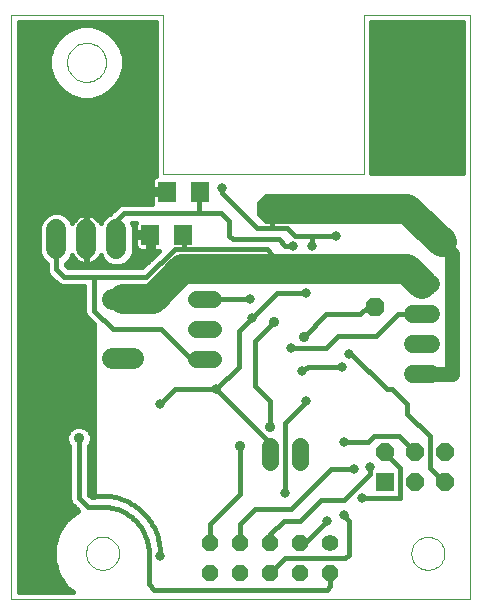
<source format=gbl>
G75*
G70*
%OFA0B0*%
%FSLAX24Y24*%
%IPPOS*%
%LPD*%
%AMOC8*
5,1,8,0,0,1.08239X$1,22.5*
%
%ADD10C,0.0000*%
%ADD11R,0.0600X0.0600*%
%ADD12OC8,0.0600*%
%ADD13R,0.0630X0.0709*%
%ADD14C,0.0705*%
%ADD15C,0.0560*%
%ADD16OC8,0.0560*%
%ADD17C,0.0560*%
%ADD18C,0.0594*%
%ADD19C,0.1000*%
%ADD20OC8,0.1000*%
%ADD21OC8,0.0630*%
%ADD22C,0.0660*%
%ADD23C,0.0160*%
%ADD24C,0.0317*%
%ADD25C,0.1000*%
%ADD26C,0.0591*%
%ADD27C,0.0500*%
%ADD28C,0.0472*%
%ADD29C,0.0100*%
%ADD30C,0.0356*%
D10*
X000605Y000776D02*
X000605Y020264D01*
X005648Y020264D01*
X005648Y014949D01*
X012341Y014949D01*
X012341Y020264D01*
X015884Y020264D01*
X015884Y000776D01*
X000605Y000776D01*
X003090Y002312D02*
X003092Y002359D01*
X003098Y002405D01*
X003108Y002451D01*
X003121Y002496D01*
X003139Y002539D01*
X003160Y002581D01*
X003184Y002621D01*
X003212Y002658D01*
X003243Y002693D01*
X003277Y002726D01*
X003313Y002755D01*
X003352Y002781D01*
X003393Y002804D01*
X003436Y002823D01*
X003480Y002839D01*
X003525Y002851D01*
X003571Y002859D01*
X003618Y002863D01*
X003664Y002863D01*
X003711Y002859D01*
X003757Y002851D01*
X003802Y002839D01*
X003846Y002823D01*
X003889Y002804D01*
X003930Y002781D01*
X003969Y002755D01*
X004005Y002726D01*
X004039Y002693D01*
X004070Y002658D01*
X004098Y002621D01*
X004122Y002581D01*
X004143Y002539D01*
X004161Y002496D01*
X004174Y002451D01*
X004184Y002405D01*
X004190Y002359D01*
X004192Y002312D01*
X004190Y002265D01*
X004184Y002219D01*
X004174Y002173D01*
X004161Y002128D01*
X004143Y002085D01*
X004122Y002043D01*
X004098Y002003D01*
X004070Y001966D01*
X004039Y001931D01*
X004005Y001898D01*
X003969Y001869D01*
X003930Y001843D01*
X003889Y001820D01*
X003846Y001801D01*
X003802Y001785D01*
X003757Y001773D01*
X003711Y001765D01*
X003664Y001761D01*
X003618Y001761D01*
X003571Y001765D01*
X003525Y001773D01*
X003480Y001785D01*
X003436Y001801D01*
X003393Y001820D01*
X003352Y001843D01*
X003313Y001869D01*
X003277Y001898D01*
X003243Y001931D01*
X003212Y001966D01*
X003184Y002003D01*
X003160Y002043D01*
X003139Y002085D01*
X003121Y002128D01*
X003108Y002173D01*
X003098Y002219D01*
X003092Y002265D01*
X003090Y002312D01*
X013936Y002311D02*
X013938Y002358D01*
X013944Y002404D01*
X013954Y002450D01*
X013967Y002495D01*
X013985Y002538D01*
X014006Y002580D01*
X014030Y002620D01*
X014058Y002657D01*
X014089Y002692D01*
X014123Y002725D01*
X014159Y002754D01*
X014198Y002780D01*
X014239Y002803D01*
X014282Y002822D01*
X014326Y002838D01*
X014371Y002850D01*
X014417Y002858D01*
X014464Y002862D01*
X014510Y002862D01*
X014557Y002858D01*
X014603Y002850D01*
X014648Y002838D01*
X014692Y002822D01*
X014735Y002803D01*
X014776Y002780D01*
X014815Y002754D01*
X014851Y002725D01*
X014885Y002692D01*
X014916Y002657D01*
X014944Y002620D01*
X014968Y002580D01*
X014989Y002538D01*
X015007Y002495D01*
X015020Y002450D01*
X015030Y002404D01*
X015036Y002358D01*
X015038Y002311D01*
X015036Y002264D01*
X015030Y002218D01*
X015020Y002172D01*
X015007Y002127D01*
X014989Y002084D01*
X014968Y002042D01*
X014944Y002002D01*
X014916Y001965D01*
X014885Y001930D01*
X014851Y001897D01*
X014815Y001868D01*
X014776Y001842D01*
X014735Y001819D01*
X014692Y001800D01*
X014648Y001784D01*
X014603Y001772D01*
X014557Y001764D01*
X014510Y001760D01*
X014464Y001760D01*
X014417Y001764D01*
X014371Y001772D01*
X014326Y001784D01*
X014282Y001800D01*
X014239Y001819D01*
X014198Y001842D01*
X014159Y001868D01*
X014123Y001897D01*
X014089Y001930D01*
X014058Y001965D01*
X014030Y002002D01*
X014006Y002042D01*
X013985Y002084D01*
X013967Y002127D01*
X013954Y002172D01*
X013944Y002218D01*
X013938Y002264D01*
X013936Y002311D01*
X002455Y018676D02*
X002457Y018726D01*
X002463Y018776D01*
X002473Y018826D01*
X002486Y018874D01*
X002503Y018922D01*
X002524Y018968D01*
X002548Y019012D01*
X002576Y019054D01*
X002607Y019094D01*
X002641Y019131D01*
X002678Y019166D01*
X002717Y019197D01*
X002758Y019226D01*
X002802Y019251D01*
X002848Y019273D01*
X002895Y019291D01*
X002943Y019305D01*
X002992Y019316D01*
X003042Y019323D01*
X003092Y019326D01*
X003143Y019325D01*
X003193Y019320D01*
X003243Y019311D01*
X003291Y019299D01*
X003339Y019282D01*
X003385Y019262D01*
X003430Y019239D01*
X003473Y019212D01*
X003513Y019182D01*
X003551Y019149D01*
X003586Y019113D01*
X003619Y019074D01*
X003648Y019033D01*
X003674Y018990D01*
X003697Y018945D01*
X003716Y018898D01*
X003731Y018850D01*
X003743Y018801D01*
X003751Y018751D01*
X003755Y018701D01*
X003755Y018651D01*
X003751Y018601D01*
X003743Y018551D01*
X003731Y018502D01*
X003716Y018454D01*
X003697Y018407D01*
X003674Y018362D01*
X003648Y018319D01*
X003619Y018278D01*
X003586Y018239D01*
X003551Y018203D01*
X003513Y018170D01*
X003473Y018140D01*
X003430Y018113D01*
X003385Y018090D01*
X003339Y018070D01*
X003291Y018053D01*
X003243Y018041D01*
X003193Y018032D01*
X003143Y018027D01*
X003092Y018026D01*
X003042Y018029D01*
X002992Y018036D01*
X002943Y018047D01*
X002895Y018061D01*
X002848Y018079D01*
X002802Y018101D01*
X002758Y018126D01*
X002717Y018155D01*
X002678Y018186D01*
X002641Y018221D01*
X002607Y018258D01*
X002576Y018298D01*
X002548Y018340D01*
X002524Y018384D01*
X002503Y018430D01*
X002486Y018478D01*
X002473Y018526D01*
X002463Y018576D01*
X002457Y018626D01*
X002455Y018676D01*
D11*
X013062Y004674D03*
D12*
X013062Y005674D03*
X014062Y005674D03*
X014062Y004674D03*
X015062Y004674D03*
X015062Y005674D03*
D13*
X006883Y014365D03*
X005780Y014365D03*
X005234Y012932D03*
X006337Y012932D03*
D14*
X004665Y010784D02*
X003960Y010784D01*
X003960Y008815D02*
X004665Y008815D01*
D15*
X011239Y002666D03*
D16*
X011239Y001666D03*
X010239Y001666D03*
X010239Y002666D03*
X009239Y002666D03*
X009239Y001666D03*
X008239Y001666D03*
X008239Y002666D03*
X007239Y002666D03*
X007239Y001666D03*
D17*
X009227Y005340D02*
X009227Y005900D01*
X010227Y005900D02*
X010227Y005340D01*
X007332Y008776D02*
X006772Y008776D01*
X006772Y009776D02*
X007332Y009776D01*
X007332Y010776D02*
X006772Y010776D01*
D18*
X014002Y011273D02*
X014596Y011273D01*
X014596Y010273D02*
X014002Y010273D01*
X014002Y009273D02*
X014596Y009273D01*
X014596Y008273D02*
X014002Y008273D01*
D19*
X009302Y011776D03*
D20*
X009302Y013776D03*
D21*
X012715Y010526D03*
D22*
X004105Y012446D02*
X004105Y013106D01*
X003105Y013106D02*
X003105Y012446D01*
X002105Y012446D02*
X002105Y013106D01*
D23*
X002105Y012776D02*
X002105Y011776D01*
X002355Y011526D01*
X003355Y011526D01*
X005105Y011526D01*
X006042Y012464D01*
X006355Y012464D01*
X006355Y012932D01*
X006337Y012932D01*
X006355Y012464D02*
X006855Y012464D01*
X006862Y012456D01*
X006868Y012462D01*
X006862Y012456D02*
X009115Y012456D01*
X009302Y012269D01*
X009302Y011776D01*
X009458Y010995D02*
X010427Y010995D01*
X011105Y010276D02*
X012230Y010276D01*
X012480Y010526D01*
X012715Y010526D01*
X013480Y010276D02*
X012750Y009546D01*
X011482Y009546D01*
X011087Y009151D01*
X009927Y009151D01*
X010355Y009526D02*
X011105Y010276D01*
X011864Y008964D02*
X011864Y008964D01*
X011927Y008964D01*
X013114Y007776D01*
X013302Y007776D01*
X013802Y007276D01*
X013802Y006964D01*
X014552Y006214D01*
X014552Y005151D01*
X015029Y004674D01*
X015062Y004674D01*
X014062Y005674D02*
X013522Y006214D01*
X012677Y006214D01*
X012489Y006026D01*
X011677Y006026D01*
X012029Y005111D02*
X011262Y005111D01*
X009927Y003776D01*
X008739Y003776D01*
X008239Y003276D01*
X008239Y002863D01*
X008239Y002666D01*
X009239Y002666D02*
X009239Y002963D01*
X009677Y003401D01*
X010239Y003401D01*
X010927Y004089D01*
X011677Y004089D01*
X012552Y004964D01*
X012552Y005182D01*
X013062Y005674D02*
X013217Y005486D01*
X013552Y005151D01*
X013552Y004151D01*
X012302Y004151D01*
X011677Y003589D02*
X011864Y003401D01*
X011864Y002267D01*
X011739Y002142D01*
X009714Y002142D01*
X009239Y001666D01*
X010239Y002666D02*
X010388Y002666D01*
X011114Y003392D01*
X011114Y003392D01*
X011239Y001862D02*
X011239Y001666D01*
X011239Y001862D02*
X011239Y001214D01*
X011114Y001089D01*
X005364Y001089D01*
X005177Y001276D01*
X005184Y002305D01*
X003739Y004223D02*
X003739Y004223D01*
X003302Y004223D01*
X003281Y004187D02*
X003184Y004283D01*
X003179Y004294D01*
X003175Y004298D01*
X003175Y005880D01*
X003209Y005914D01*
X003273Y006068D01*
X003273Y006234D01*
X003209Y006388D01*
X003092Y006505D01*
X002938Y006569D01*
X002772Y006569D01*
X002618Y006505D01*
X002500Y006388D01*
X002437Y006234D01*
X002437Y006068D01*
X002500Y005914D01*
X002535Y005880D01*
X002535Y004202D01*
X002531Y004190D01*
X002535Y004139D01*
X002535Y004087D01*
X002539Y004076D01*
X002540Y004064D01*
X002564Y004017D01*
X002583Y003970D01*
X002592Y003961D01*
X002598Y003950D01*
X002637Y003916D01*
X002673Y003880D01*
X002685Y003875D01*
X002704Y003859D01*
X002828Y003735D01*
X002821Y003732D01*
X002821Y003732D01*
X002438Y003427D01*
X002163Y003023D01*
X002019Y002556D01*
X002019Y002067D01*
X002163Y001600D01*
X002438Y001196D01*
X002438Y001196D01*
X002664Y001016D01*
X000845Y001016D01*
X000845Y012401D01*
X001535Y012401D01*
X001535Y012333D01*
X001621Y012123D01*
X001782Y011963D01*
X001785Y011962D01*
X001785Y011712D01*
X001833Y011595D01*
X001923Y011505D01*
X002173Y011255D01*
X002291Y011206D01*
X002418Y011206D01*
X003035Y011206D01*
X003035Y010465D01*
X003035Y010337D01*
X003083Y010220D01*
X003355Y009949D01*
X003355Y004187D01*
X003281Y004187D01*
X003355Y004264D02*
X003204Y004264D01*
X003175Y004423D02*
X003355Y004423D01*
X003355Y004581D02*
X003175Y004581D01*
X003175Y004740D02*
X003355Y004740D01*
X003355Y004898D02*
X003175Y004898D01*
X003175Y005057D02*
X003355Y005057D01*
X003355Y005215D02*
X003175Y005215D01*
X003175Y005374D02*
X003355Y005374D01*
X003355Y005532D02*
X003175Y005532D01*
X003175Y005691D02*
X003355Y005691D01*
X003355Y005849D02*
X003175Y005849D01*
X003248Y006008D02*
X003355Y006008D01*
X003355Y006167D02*
X003273Y006167D01*
X003235Y006325D02*
X003355Y006325D01*
X003355Y006484D02*
X003113Y006484D01*
X003355Y006642D02*
X000845Y006642D01*
X000845Y006484D02*
X002596Y006484D01*
X002474Y006325D02*
X000845Y006325D01*
X000845Y006167D02*
X002437Y006167D01*
X002461Y006008D02*
X000845Y006008D01*
X000845Y005849D02*
X002535Y005849D01*
X002535Y005691D02*
X000845Y005691D01*
X000845Y005532D02*
X002535Y005532D01*
X002535Y005374D02*
X000845Y005374D01*
X000845Y005215D02*
X002535Y005215D01*
X002535Y005057D02*
X000845Y005057D01*
X000845Y004898D02*
X002535Y004898D01*
X002535Y004740D02*
X000845Y004740D01*
X000845Y004581D02*
X002535Y004581D01*
X002535Y004423D02*
X000845Y004423D01*
X000845Y004264D02*
X002535Y004264D01*
X002535Y004105D02*
X000845Y004105D01*
X000845Y003947D02*
X002601Y003947D01*
X002774Y003788D02*
X000845Y003788D01*
X000845Y003630D02*
X002693Y003630D01*
X002494Y003471D02*
X000845Y003471D01*
X000845Y003313D02*
X002360Y003313D01*
X002438Y003427D02*
X002438Y003427D01*
X002252Y003154D02*
X000845Y003154D01*
X000845Y002996D02*
X002154Y002996D01*
X002163Y003023D02*
X002163Y003023D01*
X002106Y002837D02*
X000845Y002837D01*
X000845Y002679D02*
X002057Y002679D01*
X002019Y002556D02*
X002019Y002556D01*
X002019Y002520D02*
X000845Y002520D01*
X000845Y002361D02*
X002019Y002361D01*
X002019Y002203D02*
X000845Y002203D01*
X000845Y002044D02*
X002026Y002044D01*
X002019Y002067D02*
X002019Y002067D01*
X002075Y001886D02*
X000845Y001886D01*
X000845Y001727D02*
X002124Y001727D01*
X002163Y001600D02*
X002163Y001600D01*
X002184Y001569D02*
X000845Y001569D01*
X000845Y001410D02*
X002292Y001410D01*
X002400Y001252D02*
X000845Y001252D01*
X000845Y001093D02*
X002568Y001093D01*
X005185Y002305D02*
X005183Y002382D01*
X005177Y002458D01*
X005168Y002534D01*
X005155Y002610D01*
X005138Y002685D01*
X005118Y002759D01*
X005094Y002832D01*
X005066Y002903D01*
X005035Y002973D01*
X005000Y003042D01*
X004963Y003109D01*
X004922Y003173D01*
X004877Y003236D01*
X004830Y003297D01*
X004780Y003355D01*
X004727Y003410D01*
X004672Y003463D01*
X004614Y003513D01*
X004553Y003560D01*
X004490Y003605D01*
X004426Y003646D01*
X004359Y003683D01*
X004290Y003718D01*
X004220Y003749D01*
X004149Y003777D01*
X004076Y003801D01*
X004002Y003821D01*
X003927Y003838D01*
X003851Y003851D01*
X003775Y003860D01*
X003699Y003866D01*
X003622Y003868D01*
X003622Y003867D02*
X003148Y003867D01*
X002922Y004093D01*
X002855Y004151D01*
X002855Y006151D01*
X003355Y006801D02*
X000845Y006801D01*
X000845Y006959D02*
X003355Y006959D01*
X003355Y007118D02*
X000845Y007118D01*
X000845Y007276D02*
X003355Y007276D01*
X003355Y007435D02*
X000845Y007435D01*
X000845Y007593D02*
X003355Y007593D01*
X003355Y007752D02*
X000845Y007752D01*
X000845Y007911D02*
X003355Y007911D01*
X003355Y008069D02*
X000845Y008069D01*
X000845Y008228D02*
X003355Y008228D01*
X003355Y008386D02*
X000845Y008386D01*
X000845Y008545D02*
X003355Y008545D01*
X003355Y008703D02*
X000845Y008703D01*
X000845Y008862D02*
X003355Y008862D01*
X003355Y009020D02*
X000845Y009020D01*
X000845Y009179D02*
X003355Y009179D01*
X003355Y009337D02*
X000845Y009337D01*
X000845Y009496D02*
X003355Y009496D01*
X003355Y009654D02*
X000845Y009654D01*
X000845Y009813D02*
X003355Y009813D01*
X003332Y009972D02*
X000845Y009972D01*
X000845Y010130D02*
X003173Y010130D01*
X003055Y010289D02*
X000845Y010289D01*
X000845Y010401D02*
X000845Y020024D01*
X005408Y020024D01*
X005408Y014902D01*
X005412Y014892D01*
X005396Y014887D01*
X005355Y014864D01*
X005321Y014830D01*
X005298Y014789D01*
X005285Y014743D01*
X005285Y014443D01*
X005605Y014443D01*
X005605Y014288D01*
X005285Y014288D01*
X005285Y013987D01*
X005290Y013971D01*
X004291Y013971D01*
X004173Y013922D01*
X004083Y013832D01*
X003923Y013672D01*
X003882Y013631D01*
X003782Y013589D01*
X003621Y013429D01*
X003573Y013311D01*
X003541Y013373D01*
X003494Y013438D01*
X003437Y013495D01*
X003372Y013542D01*
X003300Y013579D01*
X003224Y013603D01*
X003145Y013616D01*
X003135Y013616D01*
X003135Y012806D01*
X003075Y012806D01*
X003075Y013616D01*
X003065Y013616D01*
X002985Y013603D01*
X002909Y013579D01*
X002837Y013542D01*
X002772Y013495D01*
X002716Y013438D01*
X002669Y013373D01*
X002637Y013311D01*
X002588Y013429D01*
X002428Y013589D01*
X002218Y013676D01*
X001991Y013676D01*
X001782Y013589D01*
X001621Y013429D01*
X001535Y013219D01*
X001535Y012333D01*
X001621Y012123D01*
X001782Y011963D01*
X001785Y011962D01*
X001785Y011712D01*
X001833Y011595D01*
X001923Y011505D01*
X002173Y011255D01*
X002291Y011206D01*
X002418Y011206D01*
X003035Y011206D01*
X003035Y010465D01*
X003035Y010401D01*
X000845Y010401D01*
X000845Y010447D02*
X003035Y010447D01*
X000845Y010447D01*
X000845Y010606D02*
X003035Y010606D01*
X000845Y010606D01*
X000845Y010764D02*
X003035Y010764D01*
X000845Y010764D01*
X000845Y010923D02*
X003035Y010923D01*
X000845Y010923D01*
X000845Y011081D02*
X003035Y011081D01*
X000845Y011081D01*
X000845Y011240D02*
X002209Y011240D01*
X000845Y011240D01*
X000845Y011398D02*
X002030Y011398D01*
X000845Y011398D01*
X000845Y011557D02*
X001871Y011557D01*
X000845Y011557D01*
X000845Y011716D02*
X001785Y011716D01*
X000845Y011716D01*
X000845Y011874D02*
X001785Y011874D01*
X000845Y011874D01*
X000845Y012033D02*
X001712Y012033D01*
X000845Y012033D01*
X000845Y012191D02*
X001593Y012191D01*
X000845Y012191D01*
X000845Y012350D02*
X001535Y012350D01*
X000845Y012350D01*
X000845Y012508D02*
X001535Y012508D01*
X001535Y012667D02*
X000845Y012667D01*
X000845Y012825D02*
X001535Y012825D01*
X001535Y012984D02*
X000845Y012984D01*
X000845Y013142D02*
X001535Y013142D01*
X001569Y013301D02*
X000845Y013301D01*
X000845Y013460D02*
X001652Y013460D01*
X001851Y013618D02*
X000845Y013618D01*
X000845Y013777D02*
X004028Y013777D01*
X004083Y013832D02*
X004083Y013832D01*
X004204Y013935D02*
X000845Y013935D01*
X000845Y014094D02*
X005285Y014094D01*
X005285Y014252D02*
X000845Y014252D01*
X000845Y014411D02*
X005605Y014411D01*
X005285Y014569D02*
X000845Y014569D01*
X000845Y014728D02*
X005285Y014728D01*
X005394Y014886D02*
X000845Y014886D01*
X000845Y015045D02*
X005408Y015045D01*
X005408Y015204D02*
X000845Y015204D01*
X000845Y015362D02*
X005408Y015362D01*
X005408Y015521D02*
X000845Y015521D01*
X000845Y015679D02*
X005408Y015679D01*
X005408Y015838D02*
X000845Y015838D01*
X000845Y015996D02*
X005408Y015996D01*
X005408Y016155D02*
X000845Y016155D01*
X000845Y016313D02*
X005408Y016313D01*
X005408Y016472D02*
X000845Y016472D01*
X000845Y016630D02*
X005408Y016630D01*
X005408Y016789D02*
X000845Y016789D01*
X000845Y016947D02*
X005408Y016947D01*
X005408Y017106D02*
X000845Y017106D01*
X000845Y017265D02*
X005408Y017265D01*
X005408Y017423D02*
X000845Y017423D01*
X000845Y017582D02*
X002520Y017582D01*
X002626Y017521D02*
X002343Y017684D01*
X002112Y017915D01*
X001949Y018197D01*
X001865Y018513D01*
X001865Y018839D01*
X001949Y019155D01*
X002112Y019437D01*
X002343Y019668D01*
X002626Y019832D01*
X002941Y019916D01*
X003268Y019916D01*
X003583Y019832D01*
X003866Y019668D01*
X004097Y019437D01*
X004260Y019155D01*
X004345Y018839D01*
X004345Y018513D01*
X004260Y018197D01*
X004097Y017915D01*
X003866Y017684D01*
X003583Y017521D01*
X003268Y017436D01*
X002941Y017436D01*
X002626Y017521D01*
X002287Y017740D02*
X000845Y017740D01*
X000845Y017899D02*
X002128Y017899D01*
X002030Y018057D02*
X000845Y018057D01*
X000845Y018216D02*
X001944Y018216D01*
X001902Y018374D02*
X000845Y018374D01*
X000845Y018533D02*
X001865Y018533D01*
X001865Y018691D02*
X000845Y018691D01*
X000845Y018850D02*
X001868Y018850D01*
X001910Y019009D02*
X000845Y019009D01*
X000845Y019167D02*
X001956Y019167D01*
X002048Y019326D02*
X000845Y019326D01*
X000845Y019484D02*
X002159Y019484D01*
X002318Y019643D02*
X000845Y019643D01*
X000845Y019801D02*
X002574Y019801D01*
X003636Y019801D02*
X005408Y019801D01*
X005408Y019643D02*
X003892Y019643D01*
X004050Y019484D02*
X005408Y019484D01*
X005408Y019326D02*
X004161Y019326D01*
X004253Y019167D02*
X005408Y019167D01*
X005408Y019009D02*
X004299Y019009D01*
X004342Y018850D02*
X005408Y018850D01*
X005408Y018691D02*
X004345Y018691D01*
X004345Y018533D02*
X005408Y018533D01*
X005408Y018374D02*
X004308Y018374D01*
X004265Y018216D02*
X005408Y018216D01*
X005408Y018057D02*
X004179Y018057D01*
X004081Y017899D02*
X005408Y017899D01*
X005408Y017740D02*
X003922Y017740D01*
X003689Y017582D02*
X005408Y017582D01*
X005408Y019960D02*
X000845Y019960D01*
X002358Y013618D02*
X003851Y013618D01*
X004105Y013401D02*
X004105Y012776D01*
X004105Y013401D02*
X004355Y013651D01*
X006855Y013651D01*
X007605Y013651D01*
X007855Y013401D01*
X007855Y012901D01*
X007980Y012776D01*
X009511Y012776D01*
X009730Y012557D01*
X009989Y012557D01*
X010052Y012901D02*
X009802Y013151D01*
X009239Y013151D01*
X008792Y013151D01*
X007636Y014307D01*
X007636Y014495D01*
X006972Y014276D02*
X006883Y014365D01*
X006855Y014337D01*
X006855Y013651D01*
X006302Y012079D02*
X006302Y011776D01*
X005524Y012398D02*
X004972Y011846D01*
X003418Y011846D01*
X002487Y011846D01*
X002425Y011909D01*
X002425Y011962D01*
X002428Y011963D01*
X002588Y012123D01*
X002637Y012241D01*
X002669Y012179D01*
X002716Y012114D01*
X002772Y012057D01*
X002837Y012010D01*
X002909Y011973D01*
X002985Y011949D01*
X003065Y011936D01*
X003075Y011936D01*
X003075Y012401D01*
X003135Y012401D01*
X003135Y011936D01*
X003145Y011936D01*
X003224Y011949D01*
X003300Y011973D01*
X003355Y012001D01*
X003355Y011846D01*
X002487Y011846D01*
X002425Y011909D01*
X002425Y011962D01*
X002428Y011963D01*
X002588Y012123D01*
X002637Y012241D01*
X002669Y012179D01*
X002716Y012114D01*
X002772Y012057D01*
X002837Y012010D01*
X002909Y011973D01*
X002985Y011949D01*
X003065Y011936D01*
X003075Y011936D01*
X003075Y012746D01*
X003135Y012746D01*
X003135Y011936D01*
X003145Y011936D01*
X003224Y011949D01*
X003300Y011973D01*
X003372Y012010D01*
X003437Y012057D01*
X003494Y012114D01*
X003541Y012179D01*
X003573Y012241D01*
X003621Y012123D01*
X003782Y011963D01*
X003991Y011876D01*
X004218Y011876D01*
X004428Y011963D01*
X004588Y012123D01*
X004675Y012333D01*
X004675Y013219D01*
X004628Y013331D01*
X004745Y013331D01*
X004739Y013311D01*
X004739Y013010D01*
X005157Y013010D01*
X005157Y012855D01*
X005312Y012855D01*
X005312Y012398D01*
X005524Y012398D01*
X005476Y012350D02*
X004675Y012350D01*
X004775Y012468D02*
X004809Y012434D01*
X004850Y012410D01*
X004896Y012398D01*
X005157Y012398D01*
X005157Y012855D01*
X004739Y012855D01*
X004739Y012554D01*
X004752Y012509D01*
X004775Y012468D01*
X004752Y012508D02*
X004675Y012508D01*
X004675Y012667D02*
X004739Y012667D01*
X004739Y012825D02*
X004675Y012825D01*
X004675Y012984D02*
X005157Y012984D01*
X005157Y012825D02*
X005312Y012825D01*
X005312Y012667D02*
X005157Y012667D01*
X005157Y012508D02*
X005312Y012508D01*
X005317Y012191D02*
X004616Y012191D01*
X004497Y012033D02*
X005159Y012033D01*
X005000Y011874D02*
X002459Y011874D01*
X003355Y011874D01*
X003403Y012033D02*
X003712Y012033D01*
X003593Y012191D02*
X003547Y012191D01*
X003135Y012191D02*
X003075Y012191D01*
X003135Y012191D01*
X003135Y012033D02*
X003075Y012033D01*
X003135Y012033D01*
X003135Y012350D02*
X003075Y012350D01*
X003135Y012350D01*
X003135Y012508D02*
X003075Y012508D01*
X003075Y012667D02*
X003135Y012667D01*
X003135Y012825D02*
X003075Y012825D01*
X003075Y012984D02*
X003135Y012984D01*
X003135Y013142D02*
X003075Y013142D01*
X003075Y013301D02*
X003135Y013301D01*
X003135Y013460D02*
X003075Y013460D01*
X002737Y013460D02*
X002557Y013460D01*
X003472Y013460D02*
X003652Y013460D01*
X002662Y012191D02*
X002616Y012191D01*
X002662Y012191D01*
X002806Y012033D02*
X002497Y012033D01*
X002806Y012033D01*
X003355Y011526D02*
X003355Y010401D01*
X003980Y009776D01*
X005605Y009776D01*
X006605Y008776D01*
X007052Y008776D01*
X007427Y007776D02*
X009227Y005975D01*
X009227Y005620D01*
X009230Y006526D02*
X009230Y007401D01*
X008730Y007901D01*
X008730Y009401D01*
X009355Y010026D01*
X009114Y010651D02*
X009458Y010995D01*
X009114Y010651D02*
X008614Y010151D01*
X008177Y009714D01*
X008177Y009714D01*
X008177Y008526D01*
X007427Y007776D01*
X006052Y007776D01*
X005552Y007276D01*
X003739Y004223D02*
X003739Y004223D01*
X002922Y004093D02*
X002864Y004151D01*
X003739Y004224D02*
X003829Y004217D01*
X003920Y004206D01*
X004009Y004191D01*
X004098Y004172D01*
X004186Y004148D01*
X004272Y004120D01*
X004357Y004088D01*
X004441Y004052D01*
X004522Y004012D01*
X004602Y003969D01*
X004680Y003921D01*
X004755Y003870D01*
X004827Y003816D01*
X004897Y003758D01*
X004964Y003697D01*
X005029Y003632D01*
X005090Y003565D01*
X005147Y003495D01*
X005202Y003422D01*
X005253Y003347D01*
X005300Y003269D01*
X005343Y003189D01*
X005383Y003107D01*
X005418Y003024D01*
X005450Y002939D01*
X005478Y002852D01*
X005501Y002764D01*
X005520Y002675D01*
X005535Y002586D01*
X005546Y002495D01*
X005552Y002405D01*
X005554Y002314D01*
X005552Y002223D01*
X007230Y002675D02*
X007239Y002666D01*
X007230Y002675D02*
X007230Y003276D01*
X008230Y004276D01*
X008230Y005901D01*
X009727Y006639D02*
X009727Y004314D01*
X009727Y006639D02*
X010427Y007339D01*
X010427Y007401D01*
X010302Y008401D02*
X010489Y008526D01*
X011614Y008526D01*
X013480Y010276D02*
X014296Y010276D01*
X014299Y010273D01*
X011427Y012901D02*
X010614Y012901D01*
X010614Y012557D01*
X010614Y012901D02*
X010052Y012901D01*
X009302Y013214D02*
X009302Y013776D01*
X009302Y013214D02*
X009239Y013151D01*
X008552Y010776D02*
X007052Y010776D01*
X004739Y013142D02*
X004675Y013142D01*
X004641Y013301D02*
X004739Y013301D01*
D24*
X007636Y014495D03*
X009989Y012557D03*
X010614Y012557D03*
X011427Y012901D03*
X010427Y010995D03*
X009927Y009151D03*
X010302Y008401D03*
X010427Y007401D03*
X011614Y008526D03*
X011864Y008964D03*
X011677Y006026D03*
X012029Y005111D03*
X012552Y005182D03*
X012302Y004151D03*
X011677Y003589D03*
X011114Y003392D03*
X009727Y004314D03*
X007427Y007776D03*
X008614Y010151D03*
X008552Y010776D03*
X005552Y007276D03*
X005552Y002223D03*
D25*
X005309Y010784D02*
X004312Y010784D01*
X005309Y010784D02*
X006302Y011776D01*
X009302Y011776D01*
X013796Y011776D01*
X014299Y011273D01*
X014952Y012676D02*
X013802Y013776D01*
X009302Y013776D01*
D26*
X012971Y015343D03*
X012971Y016130D03*
X012971Y016918D03*
X012971Y017705D03*
X012971Y018493D03*
X012971Y019280D03*
X013758Y019280D03*
X013758Y018493D03*
X014546Y018493D03*
X014546Y019280D03*
X015333Y019280D03*
X015333Y018493D03*
X015333Y017705D03*
X015333Y016918D03*
X015333Y016130D03*
X015333Y015343D03*
X014546Y015343D03*
X013758Y015343D03*
X013758Y017705D03*
X014546Y017705D03*
X014952Y012676D03*
D27*
X015302Y012276D01*
X015302Y008276D01*
X014302Y008276D01*
D28*
X005164Y014362D03*
X005164Y014862D03*
X005164Y015362D03*
X005164Y015862D03*
X005164Y016362D03*
X005164Y016862D03*
X005164Y017362D03*
X005164Y017862D03*
X005164Y018362D03*
X005164Y018862D03*
X005164Y019362D03*
X005164Y019862D03*
X004664Y019862D03*
X004164Y019862D03*
X004664Y019362D03*
X004664Y018862D03*
X004664Y018362D03*
X004664Y017862D03*
X004664Y017362D03*
X004664Y016862D03*
X004164Y016862D03*
X004164Y017362D03*
X003664Y017362D03*
X003664Y016862D03*
X003664Y016362D03*
X003664Y015862D03*
X003664Y015362D03*
X003664Y014862D03*
X003664Y014362D03*
X003101Y014362D03*
X003101Y014862D03*
X003101Y015362D03*
X003101Y015862D03*
X003101Y016362D03*
X003101Y016862D03*
X002539Y016862D03*
X002539Y017362D03*
X002039Y017362D03*
X002039Y016862D03*
X001539Y016862D03*
X001539Y017362D03*
X001539Y017862D03*
X001539Y018362D03*
X001539Y018862D03*
X001539Y019362D03*
X001539Y019862D03*
X002039Y019862D03*
X001039Y019862D03*
X001039Y019362D03*
X001039Y018862D03*
X001039Y018362D03*
X001039Y017862D03*
X001039Y017362D03*
X001039Y016862D03*
X001039Y016362D03*
X001039Y015862D03*
X001039Y015362D03*
X001539Y015362D03*
X001539Y015862D03*
X001539Y016362D03*
X002039Y016362D03*
X002039Y015862D03*
X002039Y015362D03*
X002539Y015362D03*
X002539Y015862D03*
X002539Y016362D03*
X002539Y014862D03*
X002539Y014362D03*
X002039Y014362D03*
X002039Y014862D03*
X001539Y014862D03*
X001539Y014362D03*
X001039Y014362D03*
X001039Y014862D03*
X004164Y014862D03*
X004164Y014362D03*
X004664Y014362D03*
X004664Y014862D03*
X004664Y015362D03*
X004664Y015862D03*
X004664Y016362D03*
X004164Y016362D03*
X004164Y015862D03*
X004164Y015362D03*
D29*
X012551Y015360D02*
X015674Y015360D01*
X015674Y015262D02*
X012551Y015262D01*
X012551Y015163D02*
X015674Y015163D01*
X015674Y015065D02*
X012551Y015065D01*
X012551Y015036D02*
X012551Y020054D01*
X015674Y020054D01*
X015674Y014949D01*
X012551Y014949D01*
X012551Y015036D01*
X012551Y014966D02*
X015674Y014966D01*
X015674Y015459D02*
X012551Y015459D01*
X012551Y015558D02*
X015674Y015558D01*
X015674Y015656D02*
X012551Y015656D01*
X012551Y015755D02*
X015674Y015755D01*
X015674Y015853D02*
X012551Y015853D01*
X012551Y015952D02*
X015674Y015952D01*
X015674Y016050D02*
X012551Y016050D01*
X012551Y016149D02*
X015674Y016149D01*
X015674Y016247D02*
X012551Y016247D01*
X012551Y016346D02*
X015674Y016346D01*
X015674Y016444D02*
X012551Y016444D01*
X012551Y016543D02*
X015674Y016543D01*
X015674Y016642D02*
X012551Y016642D01*
X012551Y016740D02*
X015674Y016740D01*
X015674Y016839D02*
X012551Y016839D01*
X012551Y016937D02*
X015674Y016937D01*
X015674Y017036D02*
X012551Y017036D01*
X012551Y017134D02*
X015674Y017134D01*
X015674Y017233D02*
X012551Y017233D01*
X012551Y017331D02*
X015674Y017331D01*
X015674Y017430D02*
X012551Y017430D01*
X012551Y017528D02*
X015674Y017528D01*
X015674Y017627D02*
X012551Y017627D01*
X012551Y017726D02*
X015674Y017726D01*
X015674Y017824D02*
X012551Y017824D01*
X012551Y017923D02*
X015674Y017923D01*
X015674Y018021D02*
X012551Y018021D01*
X012551Y018120D02*
X015674Y018120D01*
X015674Y018218D02*
X012551Y018218D01*
X012551Y018317D02*
X015674Y018317D01*
X015674Y018415D02*
X012551Y018415D01*
X012551Y018514D02*
X015674Y018514D01*
X015674Y018612D02*
X012551Y018612D01*
X012551Y018711D02*
X015674Y018711D01*
X015674Y018809D02*
X012551Y018809D01*
X012551Y018908D02*
X015674Y018908D01*
X015674Y019007D02*
X012551Y019007D01*
X012551Y019105D02*
X015674Y019105D01*
X015674Y019204D02*
X012551Y019204D01*
X012551Y019302D02*
X015674Y019302D01*
X015674Y019401D02*
X012551Y019401D01*
X012551Y019499D02*
X015674Y019499D01*
X015674Y019598D02*
X012551Y019598D01*
X012551Y019696D02*
X015674Y019696D01*
X015674Y019795D02*
X012551Y019795D01*
X012551Y019893D02*
X015674Y019893D01*
X015674Y019992D02*
X012551Y019992D01*
D30*
X009355Y010026D03*
X010355Y009526D03*
X009230Y006526D03*
X008230Y005901D03*
X002855Y006151D03*
M02*

</source>
